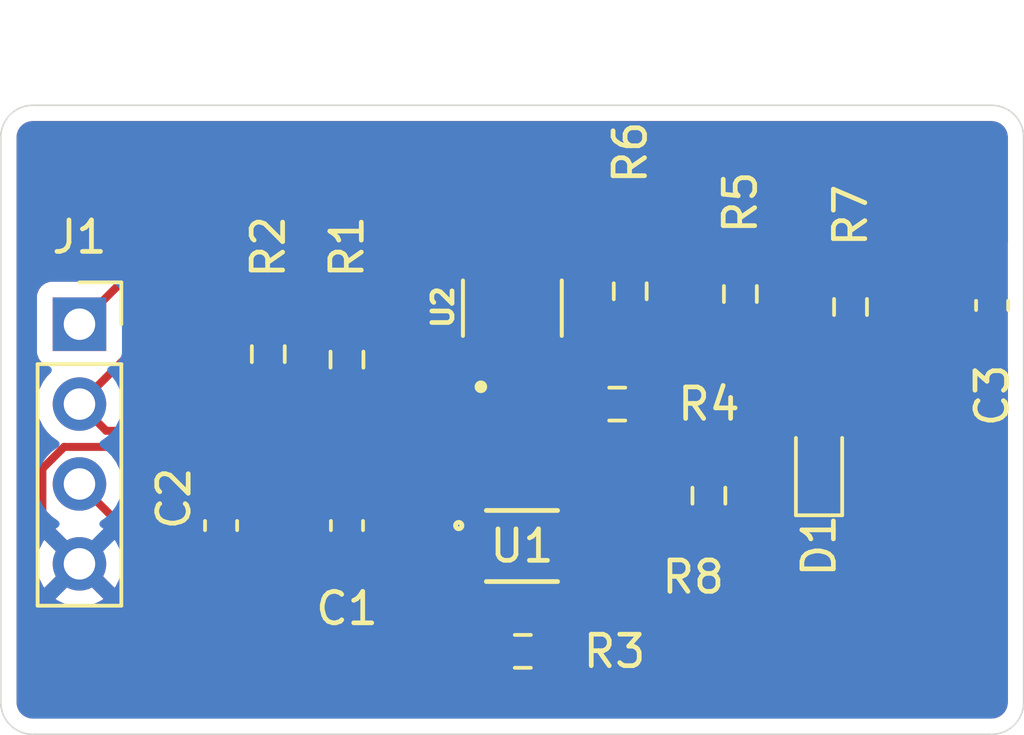
<source format=kicad_pcb>
(kicad_pcb (version 20241229) (generator "pcbnew") (generator_version "9.0")
  (layers (0 "F.Cu" signal) (2 "B.Cu" signal) (13 "F.Paste" user) (15 "B.Paste" user) (5 "F.SilkS" user "F.Silkscreen") (7 "B.SilkS" user "B.Silkscreen") (1 "F.Mask" user) (3 "B.Mask" user) (25 "Edge.Cuts" user))
  (net 0 "")
  (net 1 "GND")
  (net 2 "VDD")
  (net 3 "+1V8")
  (net 4 "Net-(D1-A)")
  (net 5 "/SDA")
  (net 6 "/SCL")
  (net 7 "VCC")
  (net 8 "+3V3")
  (net 9 "/INT")
  (net 10 "Net-(U2-FB)")
  (footprint "Resistor_SMD:R_0603_1608Metric_Pad0.98x0.95mm_HandSolder" (layer "F.Cu") (at 153 75.4125 90)
    (property "Reference" "R7" (at 2.9125 0 90) (layer "F.SilkS"))
    (property "Value" "340kΩ")
    (fp_line (start -0.254724 -0.5225) (end 0.254724 -0.5225) (stroke (width 0.12)) (layer "F.SilkS"))
    (fp_line (start -0.254724 0.5225) (end 0.254724 0.5225) (stroke (width 0.12)) (layer "F.SilkS"))
    (pad "1" smd roundrect (at -0.9125 0 90) (size 0.975 0.95) (layers "F.Cu" "F.Mask" "F.Paste") (net 10 "Net-(U2-FB)"))
    (pad "2" smd roundrect (at 0.9125 0 90) (size 0.975 0.95) (layers "F.Cu" "F.Mask" "F.Paste") (net 3 "+1V8"))
  )
  (footprint "Resistor_SMD:R_0603_1608Metric_Pad0.98x0.95mm_HandSolder" (layer "F.Cu") (at 134.5 76.9125 90)
    (property "Reference" "R2" (at 3.4125 0 90) (layer "F.SilkS"))
    (property "Value" "10kΩ")
    (fp_line (start -0.254724 -0.5225) (end 0.254724 -0.5225) (stroke (width 0.12)) (layer "F.SilkS"))
    (fp_line (start -0.254724 0.5225) (end 0.254724 0.5225) (stroke (width 0.12)) (layer "F.SilkS"))
    (pad "1" smd roundrect (at -0.9125 0 90) (size 0.975 0.95) (layers "F.Cu" "F.Mask" "F.Paste") (net 9 "/INT"))
    (pad "2" smd roundrect (at 0.9125 0 90) (size 0.975 0.95) (layers "F.Cu" "F.Mask" "F.Paste") (net 8 "+3V3"))
  )
  (footprint "Capacitor_SMD:C_0603_1608Metric_Pad1.08x0.95mm_HandSolder" (layer "F.Cu") (at 133 82.3625 90)
    (property "Reference" "C2" (at 0.8625 -1.5 90) (layer "F.SilkS"))
    (property "Value" "4.7µF")
    (fp_line (start -0.146267 -0.51) (end 0.146267 -0.51) (stroke (width 0.12)) (layer "F.SilkS"))
    (fp_line (start -0.146267 0.51) (end 0.146267 0.51) (stroke (width 0.12)) (layer "F.SilkS"))
    (pad "1" smd roundrect (at -0.8625 0 90) (size 1.075 0.95) (layers "F.Cu" "F.Mask" "F.Paste") (net 2 "VDD"))
    (pad "2" smd roundrect (at 0.8625 0 90) (size 1.075 0.95) (layers "F.Cu" "F.Mask" "F.Paste") (net 1 "GND"))
  )
  (footprint "Resistor_SMD:R_0603_1608Metric_Pad0.98x0.95mm_HandSolder" (layer "F.Cu") (at 146 74.9125 -90)
    (property "Reference" "R6" (at -4.4125 0 90) (layer "F.SilkS"))
    (property "Value" "698kΩ")
    (fp_line (start -0.254724 0.5225) (end 0.254724 0.5225) (stroke (width 0.12)) (layer "F.SilkS"))
    (fp_line (start -0.254724 -0.5225) (end 0.254724 -0.5225) (stroke (width 0.12)) (layer "F.SilkS"))
    (pad "1" smd roundrect (at -0.9125 0 270) (size 0.975 0.95) (layers "F.Cu" "F.Mask" "F.Paste") (net 10 "Net-(U2-FB)"))
    (pad "2" smd roundrect (at 0.9125 0 270) (size 0.975 0.95) (layers "F.Cu" "F.Mask" "F.Paste") (net 1 "GND"))
  )
  (footprint "Resistor_SMD:R_0603_1608Metric_Pad0.98x0.95mm_HandSolder" (layer "F.Cu") (at 149.5 75 -90)
    (property "Reference" "R5" (at -2.9125 0 90) (layer "F.SilkS"))
    (property "Value" "330kΩ")
    (fp_line (start -0.254724 0.5225) (end 0.254724 0.5225) (stroke (width 0.12)) (layer "F.SilkS"))
    (fp_line (start -0.254724 -0.5225) (end 0.254724 -0.5225) (stroke (width 0.12)) (layer "F.SilkS"))
    (pad "1" smd roundrect (at -0.9125 0 270) (size 0.975 0.95) (layers "F.Cu" "F.Mask" "F.Paste") (net 3 "+1V8"))
    (pad "2" smd roundrect (at 0.9125 0 270) (size 0.975 0.95) (layers "F.Cu" "F.Mask" "F.Paste") (net 8 "+3V3"))
  )
  (footprint "Connector_PinSocket_2.54mm:PinSocket_1x04_P2.54mm_Vertical" (layer "F.Cu") (at 128.5 75.96)
    (property "Reference" "J1" (at 0 -2.77 0) (layer "F.SilkS"))
    (property "Value" "Conn_01x04_Pin")
    (fp_line (start -1.33 1.27) (end -1.33 8.95) (stroke (width 0.12)) (layer "F.SilkS"))
    (fp_line (start -1.33 1.27) (end 1.33 1.27) (stroke (width 0.12)) (layer "F.SilkS"))
    (fp_line (start -1.33 8.95) (end 1.33 8.95) (stroke (width 0.12)) (layer "F.SilkS"))
    (fp_line (start 0 -1.33) (end 1.33 -1.33) (stroke (width 0.12)) (layer "F.SilkS"))
    (fp_line (start 1.33 -1.33) (end 1.33 0) (stroke (width 0.12)) (layer "F.SilkS"))
    (fp_line (start 1.33 1.27) (end 1.33 8.95) (stroke (width 0.12)) (layer "F.SilkS"))
    (pad "1" thru_hole rect (at 0 0) (size 1.7 1.7) (drill 1) (layers "*.Cu" "*.Mask") (net 7 "VCC"))
    (pad "2" thru_hole circle (at 0 2.54) (size 1.7 1.7) (drill 1) (layers "*.Cu" "*.Mask") (net 5 "/SDA"))
    (pad "3" thru_hole circle (at 0 5.08) (size 1.7 1.7) (drill 1) (layers "*.Cu" "*.Mask") (net 6 "/SCL"))
    (pad "4" thru_hole circle (at 0 7.62) (size 1.7 1.7) (drill 1) (layers "*.Cu" "*.Mask") (net 1 "GND"))
  )
  (footprint "Resistor_SMD:R_0603_1608Metric_Pad0.98x0.95mm_HandSolder" (layer "F.Cu") (at 137 77.0875 -90)
    (property "Reference" "R1" (at -3.5875 0 90) (layer "F.SilkS"))
    (property "Value" "10kΩ")
    (fp_line (start -0.254724 0.5225) (end 0.254724 0.5225) (stroke (width 0.12)) (layer "F.SilkS"))
    (fp_line (start -0.254724 -0.5225) (end 0.254724 -0.5225) (stroke (width 0.12)) (layer "F.SilkS"))
    (pad "1" smd roundrect (at -0.9125 0 270) (size 0.975 0.95) (layers "F.Cu" "F.Mask" "F.Paste") (net 5 "/SDA"))
    (pad "2" smd roundrect (at 0.9125 0 270) (size 0.975 0.95) (layers "F.Cu" "F.Mask" "F.Paste") (net 8 "+3V3"))
  )
  (footprint "Resistor_SMD:R_0603_1608Metric_Pad0.98x0.95mm_HandSolder" (layer "F.Cu") (at 148.5 81.4125 90)
    (property "Reference" "R8" (at -2.5875 -0.5 0) (layer "F.SilkS"))
    (property "Value" "10KΩ")
    (fp_line (start -0.254724 -0.5225) (end 0.254724 -0.5225) (stroke (width 0.12)) (layer "F.SilkS"))
    (fp_line (start -0.254724 0.5225) (end 0.254724 0.5225) (stroke (width 0.12)) (layer "F.SilkS"))
    (pad "1" smd roundrect (at -0.9125 0 90) (size 0.975 0.95) (layers "F.Cu" "F.Mask" "F.Paste") (net 8 "+3V3"))
    (pad "2" smd roundrect (at 0.9125 0 90) (size 0.975 0.95) (layers "F.Cu" "F.Mask" "F.Paste") (net 4 "Net-(D1-A)"))
  )
  (footprint "Capacitor_SMD:C_0603_1608Metric_Pad1.08x0.95mm_HandSolder" (layer "F.Cu") (at 157.5 75.3625 -90)
    (property "Reference" "C3" (at 2.8625 0 90) (layer "F.SilkS"))
    (property "Value" "0.47µF")
    (fp_line (start -0.146267 0.51) (end 0.146267 0.51) (stroke (width 0.12)) (layer "F.SilkS"))
    (fp_line (start -0.146267 -0.51) (end 0.146267 -0.51) (stroke (width 0.12)) (layer "F.SilkS"))
    (pad "1" smd roundrect (at -0.8625 0 270) (size 1.075 0.95) (layers "F.Cu" "F.Mask" "F.Paste") (net 3 "+1V8"))
    (pad "2" smd roundrect (at 0.8625 0 270) (size 1.075 0.95) (layers "F.Cu" "F.Mask" "F.Paste") (net 1 "GND"))
  )
  (footprint "Resistor_SMD:R_0603_1608Metric_Pad0.98x0.95mm_HandSolder" (layer "F.Cu") (at 145.5875 78.5)
    (property "Reference" "R4" (at 2.9125 0 0) (layer "F.SilkS"))
    (property "Value" "0.45µF")
    (fp_line (start -0.254724 -0.5225) (end 0.254724 -0.5225) (stroke (width 0.12)) (layer "F.SilkS"))
    (fp_line (start -0.254724 0.5225) (end 0.254724 0.5225) (stroke (width 0.12)) (layer "F.SilkS"))
    (pad "1" smd roundrect (at -0.9125 0) (size 0.975 0.95) (layers "F.Cu" "F.Mask" "F.Paste") (net 7 "VCC"))
    (pad "2" smd roundrect (at 0.9125 0) (size 0.975 0.95) (layers "F.Cu" "F.Mask" "F.Paste") (net 1 "GND"))
  )
  (footprint "LED_SMD:LED_0603_1608Metric_Pad1.05x0.95mm_HandSolder" (layer "F.Cu") (at 152 80.375 90)
    (property "Reference" "D1" (at -2.625 0 90) (layer "F.SilkS"))
    (property "Value" "LED")
    (fp_line (start 0.8 -0.735) (end -1.66 -0.735) (stroke (width 0.12)) (layer "F.SilkS"))
    (fp_line (start -1.66 -0.735) (end -1.66 0.735) (stroke (width 0.12)) (layer "F.SilkS"))
    (fp_line (start -1.66 0.735) (end 0.8 0.735) (stroke (width 0.12)) (layer "F.SilkS"))
    (pad "1" smd roundrect (at -0.875 0 90) (size 1.05 0.95) (layers "F.Cu" "F.Mask" "F.Paste") (net 1 "GND"))
    (pad "2" smd roundrect (at 0.875 0 90) (size 1.05 0.95) (layers "F.Cu" "F.Mask" "F.Paste") (net 4 "Net-(D1-A)"))
  )
  (footprint "Resistor_SMD:R_0603_1608Metric_Pad0.98x0.95mm_HandSolder" (layer "F.Cu") (at 142.5875 86.3625)
    (property "Reference" "R3" (at 2.9125 0 0) (layer "F.SilkS"))
    (property "Value" "10kΩ")
    (fp_line (start -0.254724 -0.5225) (end 0.254724 -0.5225) (stroke (width 0.12)) (layer "F.SilkS"))
    (fp_line (start -0.254724 0.5225) (end 0.254724 0.5225) (stroke (width 0.12)) (layer "F.SilkS"))
    (pad "1" smd roundrect (at -0.9125 0) (size 0.975 0.95) (layers "F.Cu" "F.Mask" "F.Paste") (net 6 "/SCL"))
    (pad "2" smd roundrect (at 0.9125 0) (size 0.975 0.95) (layers "F.Cu" "F.Mask" "F.Paste") (net 8 "+3V3"))
  )
  (footprint "Capacitor_SMD:C_0603_1608Metric_Pad1.08x0.95mm_HandSolder" (layer "F.Cu") (at 137 82.3625 90)
    (property "Reference" "C1" (at -2.6375 0 0) (layer "F.SilkS"))
    (property "Value" "0.1µF")
    (fp_line (start -0.146267 -0.51) (end 0.146267 -0.51) (stroke (width 0.12)) (layer "F.SilkS"))
    (fp_line (start -0.146267 0.51) (end 0.146267 0.51) (stroke (width 0.12)) (layer "F.SilkS"))
    (pad "1" smd roundrect (at -0.8625 0 90) (size 1.075 0.95) (layers "F.Cu" "F.Mask" "F.Paste") (net 2 "VDD"))
    (pad "2" smd roundrect (at 0.8625 0 90) (size 1.075 0.95) (layers "F.Cu" "F.Mask" "F.Paste") (net 1 "GND"))
  )
  (footprint "LTR_390UV_01_footprints:SMD6_LTR-390UV-01_LTO" (layer "F.Cu") (at 142.5602 83.012499)
    (property "Reference" "U1" (at 0 0 0) (layer "F.SilkS"))
    (property "Value" "LTR-390UV-01")
    (fp_line (start -1.1303 1.1303) (end 1.1303 1.1303) (stroke (width 0.1524)) (layer "F.SilkS"))
    (fp_line (start 1.1303 -1.1303) (end -1.1303 -1.1303) (stroke (width 0.1524)) (layer "F.SilkS"))
    (fp_circle (center -2.0089 -0.65) (end -1.9073 -0.65) (stroke (width 0.1524)) (fill no) (layer "F.SilkS"))
    (pad "1" smd rect (at -0.9398 -0.649999) (size 0.7366 0.254) (layers "F.Cu" "F.Mask" "F.Paste") (net 2 "VDD"))
    (pad "2" smd rect (at -0.9398 0) (size 0.7366 0.254) (layers "F.Cu" "F.Mask" "F.Paste"))
    (pad "3" smd rect (at -0.9398 0.649999) (size 0.7366 0.254) (layers "F.Cu" "F.Mask" "F.Paste") (net 1 "GND"))
    (pad "4" smd rect (at 0.9398 0.649999) (size 0.7366 0.254) (layers "F.Cu" "F.Mask" "F.Paste") (net 6 "/SCL"))
    (pad "5" smd rect (at 0.9398 0) (size 0.7366 0.254) (layers "F.Cu" "F.Mask" "F.Paste") (net 9 "/INT"))
    (pad "6" smd rect (at 0.9398 -0.649999) (size 0.7366 0.254) (layers "F.Cu" "F.Mask" "F.Paste") (net 5 "/SDA"))
  )
  (footprint "ADP3331ARTZ_REEL7_footprints:SOT95P280X145-6N" (layer "F.Cu") (at 142.255 75.45 90)
    (property "Reference" "U2" (at 0.032 -2.2064 90) (layer "F.SilkS") (effects (font (size 0.64 0.64))))
    (property "Value" "ADP3331ARTZ-REEL7")
    (fp_line (start -0.88 -1.57) (end 0.88 -1.57) (stroke (width 0.127)) (layer "F.SilkS"))
    (fp_line (start -0.88 1.57) (end 0.88 1.57) (stroke (width 0.127)) (layer "F.SilkS"))
    (fp_circle (center -2.5 -1) (end -2.4 -1) (stroke (width 0.2)) (fill no) (layer "F.SilkS"))
    (pad "1" smd roundrect (at -1.245 -0.95 90) (size 1.22 0.6) (layers "F.Cu" "F.Mask" "F.Paste") (net 3 "+1V8"))
    (pad "2" smd roundrect (at -1.245 0 90) (size 1.22 0.6) (layers "F.Cu" "F.Mask" "F.Paste") (net 7 "VCC"))
    (pad "3" smd roundrect (at -1.245 0.95 90) (size 1.22 0.6) (layers "F.Cu" "F.Mask" "F.Paste") (net 8 "+3V3"))
    (pad "4" smd roundrect (at 1.245 0.95 90) (size 1.22 0.6) (layers "F.Cu" "F.Mask" "F.Paste") (net 1 "GND"))
    (pad "5" smd roundrect (at 1.245 0 90) (size 1.22 0.6) (layers "F.Cu" "F.Mask" "F.Paste") (net 10 "Net-(U2-FB)"))
    (pad "6" smd roundrect (at 1.245 -0.95 90) (size 1.22 0.6) (layers "F.Cu" "F.Mask" "F.Paste") (net 1 "GND"))
  )
  (gr_arc (start 127.016 89) (mid 126.29758 88.70242) (end 126 87.984) (stroke (width 0.05)) (layer "Edge.Cuts"))
  (gr_arc (start 157.484 69) (mid 158.20242 69.29758) (end 158.5 70.016) (stroke (width 0.05)) (layer "Edge.Cuts"))
  (gr_line (start 126 87.984) (end 126 70.016) (stroke (width 0.05)) (layer "Edge.Cuts"))
  (gr_arc (start 158.5 87.984) (mid 158.20242 88.70242) (end 157.484 89) (stroke (width 0.05)) (layer "Edge.Cuts"))
  (gr_line (start 127.016 69) (end 157.484 69) (stroke (width 0.05)) (layer "Edge.Cuts"))
  (gr_arc (start 126 70.016) (mid 126.29758 69.29758) (end 127.016 69) (stroke (width 0.05)) (layer "Edge.Cuts"))
  (gr_line (start 158.5 70.016) (end 158.5 87.984) (stroke (width 0.05)) (layer "Edge.Cuts"))
  (gr_line (start 157.484 89) (end 127.016 89) (stroke (width 0.05)) (layer "Edge.Cuts"))
  (segment (start 135.362 79.862) (end 128.012056 79.862) (width 0.254) (layer "F.Cu") (net 1))
  (segment (start 143.205 74.205) (end 144.825 75.825) (width 0.254) (layer "F.Cu") (net 1))
  (segment (start 146 75.825) (end 146.5 76.325) (width 0.254) (layer "F.Cu") (net 1))
  (segment (start 152.33132 78.5) (end 153.125 79.29368) (width 0.254) (layer "F.Cu") (net 1))
  (segment (start 137 81.5) (end 135.362 79.862) (width 0.254) (layer "F.Cu") (net 1))
  (segment (start 128.5 83.58) (end 132.0855 87.1655) (width 0.254) (layer "F.Cu") (net 1))
  (segment (start 157.025 76.225) (end 153.125 80.125) (width 0.254) (layer "F.Cu") (net 1))
  (segment (start 137 81.5) (end 133.38118 81.5) (width 0.254) (layer "F.Cu") (net 1))
  (segment (start 133.38118 81.5) (end 132.197 82.68418) (width 0.254) (layer "F.Cu") (net 1))
  (segment (start 132.197 83.76582) (end 132.714078 84.282898) (width 0.254) (layer "F.Cu") (net 1))
  (segment (start 157.5 76.225) (end 157.025 76.225) (width 0.254) (layer "F.Cu") (net 1))
  (segment (start 146.5 76.325) (end 146.5 78.5) (width 0.254) (layer "F.Cu") (net 1))
  (segment (start 127.322 80.552056) (end 127.322 82.402) (width 0.254) (layer "F.Cu") (net 1))
  (segment (start 146.0845 87.1655) (end 152 81.25) (width 0.254) (layer "F.Cu") (net 1))
  (segment (start 143.205 74.205) (end 143.205 74.814999) (width 0.254) (layer "F.Cu") (net 1))
  (segment (start 127.322 82.402) (end 128.5 83.58) (width 0.254) (layer "F.Cu") (net 1))
  (segment (start 142.876999 75.143) (end 141.633001 75.143) (width 0.254) (layer "F.Cu") (net 1))
  (segment (start 128.012056 79.862) (end 127.322 80.552056) (width 0.254) (layer "F.Cu") (net 1))
  (segment (start 141 84.282898) (end 141.6204 83.662498) (width 0.254) (layer "F.Cu") (net 1))
  (segment (start 153.125 80.125) (end 152 81.25) (width 0.254) (layer "F.Cu") (net 1))
  (segment (start 132.0855 87.1655) (end 146.0845 87.1655) (width 0.254) (layer "F.Cu") (net 1))
  (segment (start 141.305 74.814999) (end 141.305 74.205) (width 0.254) (layer "F.Cu") (net 1))
  (segment (start 143.205 74.814999) (end 142.876999 75.143) (width 0.254) (layer "F.Cu") (net 1))
  (segment (start 132.714078 84.282898) (end 141 84.282898) (width 0.254) (layer "F.Cu") (net 1))
  (segment (start 153.125 79.29368) (end 153.125 80.125) (width 0.254) (layer "F.Cu") (net 1))
  (segment (start 132.197 82.68418) (end 132.197 83.76582) (width 0.254) (layer "F.Cu") (net 1))
  (segment (start 144.825 75.825) (end 146 75.825) (width 0.254) (layer "F.Cu") (net 1))
  (segment (start 141.633001 75.143) (end 141.305 74.814999) (width 0.254) (layer "F.Cu") (net 1))
  (segment (start 133 81.5) (end 137 81.5) (width 0.254) (layer "F.Cu") (net 1))
  (segment (start 146.5 78.5) (end 152.33132 78.5) (width 0.254) (layer "F.Cu") (net 1))
  (segment (start 137.8625 82.3625) (end 137 83.225) (width 0.254) (layer "F.Cu") (net 2))
  (segment (start 137 83.225) (end 133 83.225) (width 0.254) (layer "F.Cu") (net 2))
  (segment (start 141.6204 82.3625) (end 137.8625 82.3625) (width 0.254) (layer "F.Cu") (net 2))
  (segment (start 149.5 74.0875) (end 146.9575 71.545) (width 0.254) (layer "F.Cu") (net 3))
  (segment (start 140.171734 75.561734) (end 141.305 76.695) (width 0.254) (layer "F.Cu") (net 3))
  (segment (start 152.5875 74.0875) (end 153 74.5) (width 0.254) (layer "F.Cu") (net 3))
  (segment (start 153 74.5) (end 153 74.334056) (width 0.254) (layer "F.Cu") (net 3))
  (segment (start 142.031382 71.545) (end 140.171734 73.404649) (width 0.254) (layer "F.Cu") (net 3))
  (segment (start 149.5 74.0875) (end 152.5875 74.0875) (width 0.254) (layer "F.Cu") (net 3))
  (segment (start 140.171734 73.404649) (end 140.171734 75.561734) (width 0.254) (layer "F.Cu") (net 3))
  (segment (start 157.5 74.5) (end 153 74.5) (width 0.254) (layer "F.Cu") (net 3))
  (segment (start 141.35015 76.4) (end 141.01 76.4) (width 0.254) (layer "F.Cu") (net 3))
  (segment (start 146.9575 71.545) (end 142.031382 71.545) (width 0.254) (layer "F.Cu") (net 3))
  (segment (start 152 79.5) (end 149.5 79.5) (width 0.254) (layer "F.Cu") (net 4))
  (segment (start 149.5 79.5) (end 148.5 80.5) (width 0.254) (layer "F.Cu") (net 4))
  (segment (start 137.928266 80.428266) (end 138 80.5) (width 0.254) (layer "F.Cu") (net 5))
  (segment (start 128.5 78.5) (end 129.35 79.35) (width 0.254) (layer "F.Cu") (net 5))
  (segment (start 138 80.5) (end 138 81.9075) (width 0.254) (layer "F.Cu") (net 5))
  (segment (start 131.8155 75.1845) (end 136.0095 75.1845) (width 0.254) (layer "F.Cu") (net 5))
  (segment (start 129.35 79.35) (end 135.493468 79.35) (width 0.254) (layer "F.Cu") (net 5))
  (segment (start 136.571734 80.428266) (end 137.928266 80.428266) (width 0.254) (layer "F.Cu") (net 5))
  (segment (start 128.5 78.5) (end 131.8155 75.1845) (width 0.254) (layer "F.Cu") (net 5))
  (segment (start 138 81.9075) (end 143.045 81.9075) (width 0.254) (layer "F.Cu") (net 5))
  (segment (start 135.493468 79.35) (end 136.571734 80.428266) (width 0.254) (layer "F.Cu") (net 5))
  (segment (start 136.0095 75.1845) (end 137 76.175) (width 0.254) (layer "F.Cu") (net 5))
  (segment (start 143.045 81.9075) (end 143.5 82.3625) (width 0.254) (layer "F.Cu") (net 5))
  (segment (start 141.675 86.3625) (end 133.8225 86.3625) (width 0.254) (layer "F.Cu") (net 6))
  (segment (start 143.5 84.5375) (end 141.675 86.3625) (width 0.254) (layer "F.Cu") (net 6))
  (segment (start 133.8225 86.3625) (end 128.5 81.04) (width 0.254) (layer "F.Cu") (net 6))
  (segment (start 143.5 83.662498) (end 143.5 84.5375) (width 0.254) (layer "F.Cu") (net 6))
  (segment (start 143.450001 78.5) (end 144.675 78.5) (width 0.254) (layer "F.Cu") (net 7))
  (segment (start 141.926999 77.633) (end 139.75182 77.633) (width 0.254) (layer "F.Cu") (net 7))
  (segment (start 139.75182 77.633) (end 136.84832 74.7295) (width 0.254) (layer "F.Cu") (net 7))
  (segment (start 142.255 77.304999) (end 141.926999 77.633) (width 0.254) (layer "F.Cu") (net 7))
  (segment (start 129.7305 74.7295) (end 128.5 75.96) (width 0.254) (layer "F.Cu") (net 7))
  (segment (start 142.255 76.695) (end 142.255 77.304999) (width 0.254) (layer "F.Cu") (net 7))
  (segment (start 142.255 77.304999) (end 143.450001 78.5) (width 0.254) (layer "F.Cu") (net 7))
  (segment (start 136.84832 74.7295) (end 129.7305 74.7295) (width 0.254) (layer "F.Cu") (net 7))
  (segment (start 147.697 81.522) (end 147.57882 81.522) (width 0.254) (layer "F.Cu") (net 8))
  (segment (start 138.303 79.303) (end 145.35982 79.303) (width 0.254) (layer "F.Cu") (net 8))
  (segment (start 143.205 76.695) (end 144.35782 76.695) (width 0.254) (layer "F.Cu") (net 8))
  (segment (start 136.5 78) (end 134.5 76) (width 0.254) (layer "F.Cu") (net 8))
  (segment (start 142.60715 75.757) (end 143.205 76.35485) (width 0.254) (layer "F.Cu") (net 8))
  (segment (start 142.21985 72) (end 140.626734 73.593116) (width 0.254) (layer "F.Cu") (net 8))
  (segment (start 137 78) (end 138.303 79.303) (width 0.254) (layer "F.Cu") (net 8))
  (segment (start 145.35982 79.303) (end 145.6845 78.97832) (width 0.254) (layer "F.Cu") (net 8))
  (segment (start 146.52841 80.47159) (end 145.35982 79.303) (width 0.254) (layer "F.Cu") (net 8))
  (segment (start 140.626734 75.126734) (end 141.257 75.757) (width 0.254) (layer "F.Cu") (net 8))
  (segment (start 141.257 75.757) (end 142.60715 75.757) (width 0.254) (layer "F.Cu") (net 8))
  (segment (start 147.57882 81.522) (end 146.52841 80.47159) (width 0.254) (layer "F.Cu") (net 8))
  (segment (start 140.626734 73.593116) (end 140.626734 75.126734) (width 0.254) (layer "F.Cu") (net 8))
  (segment (start 143.205 76.35485) (end 143.205 76.695) (width 0.254) (layer "F.Cu") (net 8))
  (segment (start 145.6845 78.02168) (end 145.6845 78.97832) (width 0.254) (layer "F.Cu") (net 8))
  (segment (start 147.697 81.522) (end 148.5 82.325) (width 0.254) (layer "F.Cu") (net 8))
  (segment (start 143.5 85.719) (end 147.697 81.522) (width 0.254) (layer "F.Cu") (net 8))
  (segment (start 144.35782 76.695) (end 145.6845 78.02168) (width 0.254) (layer "F.Cu") (net 8))
  (segment (start 145.5875 72) (end 142.21985 72) (width 0.254) (layer "F.Cu") (net 8))
  (segment (start 137 78) (end 136.5 78) (width 0.254) (layer "F.Cu") (net 8))
  (segment (start 149.5 75.9125) (end 145.5875 72) (width 0.254) (layer "F.Cu") (net 8))
  (segment (start 143.5 86.3625) (end 143.5 85.719) (width 0.254) (layer "F.Cu") (net 8))
  (segment (start 144.5 82.2112) (end 144.5 83) (width 0.254) (layer "F.Cu") (net 9))
  (segment (start 144.5 83) (end 144.487501 83.012499) (width 0.254) (layer "F.Cu") (net 9))
  (segment (start 142.262066 79.973266) (end 144.5 82.2112) (width 0.254) (layer "F.Cu") (net 9))
  (segment (start 137.123266 79.973266) (end 142.262066 79.973266) (width 0.254) (layer "F.Cu") (net 9))
  (segment (start 144.487501 83.012499) (end 143.5 83.012499) (width 0.254) (layer "F.Cu") (net 9))
  (segment (start 134.975 77.825) (end 137.123266 79.973266) (width 0.254) (layer "F.Cu") (net 9))
  (segment (start 134.5 77.825) (end 134.975 77.825) (width 0.254) (layer "F.Cu") (net 9))
  (segment (start 142.255 73.595001) (end 142.255 74.205) (width 0.254) (layer "F.Cu") (net 10))
  (segment (start 146 74) (end 148.728 76.728) (width 0.254) (layer "F.Cu") (net 10))
  (segment (start 148.728 76.728) (end 152.597 76.728) (width 0.254) (layer "F.Cu") (net 10))
  (segment (start 146 74) (end 145.267 73.267) (width 0.254) (layer "F.Cu") (net 10))
  (segment (start 152.597 76.728) (end 153 76.325) (width 0.254) (layer "F.Cu") (net 10))
  (segment (start 145.267 73.267) (end 142.583001 73.267) (width 0.254) (layer "F.Cu") (net 10))
  (segment (start 142.583001 73.267) (end 142.255 73.595001) (width 0.254) (layer "F.Cu") (net 10))
  (zone (net 1) (net_name "GND") (layers "F.Cu" "B.Cu") (connect_pads (clearance 0.5)) (min_thickness 0.25) (fill yes (thermal_gap 0.5) (thermal_bridge_width 0.5))
    (polygon (pts (xy 126 69) (xy 158.5 69) (xy 158.5 89) (xy 126 89)))
  )
)
</source>
